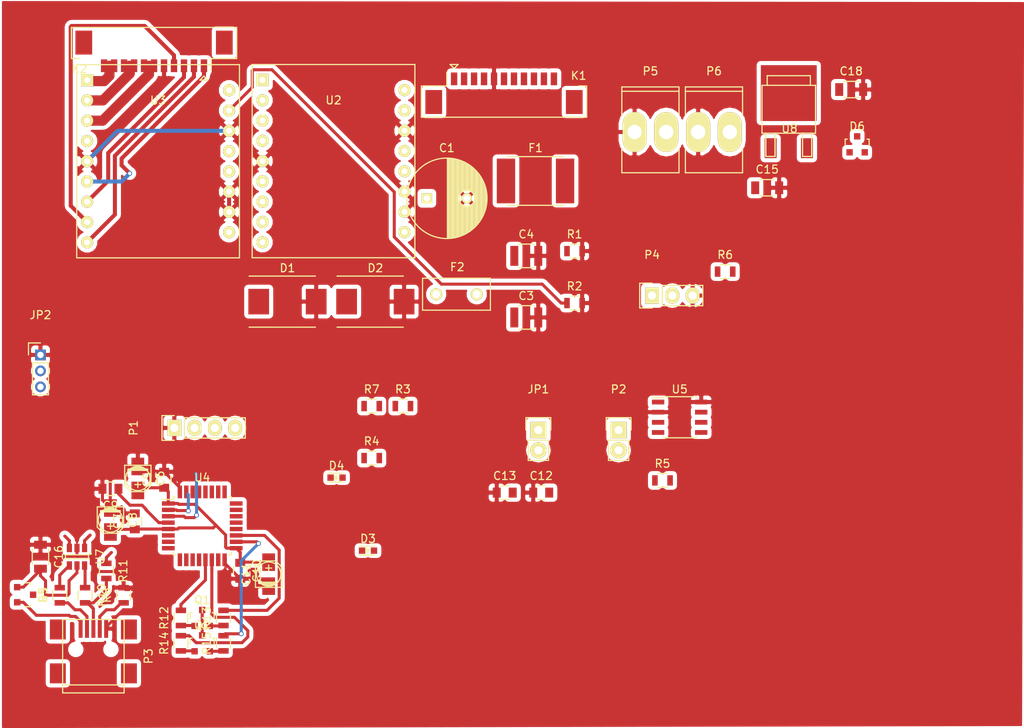
<source format=kicad_pcb>
(kicad_pcb (version 4) (host pcbnew 0.201604021231+6659~43~ubuntu15.10.1-product)
  (title_block (title brushless-board) (date 2016-04-04) (rev Alpha) (company RobotroniK) (comment 1 "Lucien Dos Santos Farret"))
  (layers (0 F.Cu signal) (31 B.Cu signal) (34 B.Paste user) (35 F.Paste user) (36 B.SilkS user) (37 F.SilkS user) (38 B.Mask user) (39 F.Mask user) (44 Edge.Cuts user))
  (net 0 "")
  (net 1 "Net-(K1-Pad10)")
  (net 2 "Net-(K1-Pad3)")
  (net 3 "Net-(K1-Pad8)")
  (net 4 "Net-(K1-Pad4)")
  (net 5 "Net-(K1-Pad6)")
  (net 6 "Net-(K1-Pad2)")
  (net 7 GND)
  (net 8 "Net-(R1-Pad1)")
  (net 9 "Net-(C3-Pad1)")
  (net 10 "Net-(R2-Pad1)")
  (net 11 "Net-(K2-Pad1)")
  (net 12 "Net-(K2-Pad6)")
  (net 13 "Net-(K2-Pad3)")
  (net 14 "Net-(K2-Pad8)")
  (net 15 "Net-(K2-Pad4)")
  (net 16 "Net-(K2-Pad10)")
  (net 17 "Net-(K2-Pad2)")
  (net 18 /uC-part/gpio_direction2)
  (net 19 /uC-part/gpio_ready1)
  (net 20 /uC-part/gpio_ready2)
  (net 21 /uC-part/gpio_direction1)
  (net 22 /uC-part/gpio_enable)
  (net 23 "Net-(D4-Pad2)")
  (net 24 "Net-(D3-Pad2)")
  (net 25 /uC-part/nrst)
  (net 26 /uC-part/swclk)
  (net 27 /uC-part/swdio)
  (net 28 /uC-part/led1)
  (net 29 /uC-part/led2)
  (net 30 /uC-part/i2c_sda)
  (net 31 /uC-part/i2c_scl)
  (net 32 /uC-part/tim2_ch1_encoder)
  (net 33 /uC-part/tim2_ch2_encoder)
  (net 34 /uC-part/tim3_ch1_encoder)
  (net 35 /uC-part/tim3_ch2_encoder)
  (net 36 /uC-part/can_rx)
  (net 37 /uC-part/can_tx)
  (net 38 "Net-(P3-Pad2)")
  (net 39 +5V)
  (net 40 +3V3)
  (net 41 /serial-part/rx)
  (net 42 "Net-(C4-Pad1)")
  (net 43 "Net-(R10-Pad1)")
  (net 44 "Net-(R9-Pad2)")
  (net 45 "Net-(Q1-Pad1)")
  (net 46 "Net-(Q2-Pad1)")
  (net 47 "Net-(D6-Pad2)")
  (net 48 "Net-(D5-Pad2)")
  (net 49 +24V)
  (net 50 "Net-(JP2-Pad2)")
  (net 51 "Net-(R7-Pad2)")
  (net 52 "Net-(JP1-Pad2)")
  (net 53 "Net-(P2-Pad2)")
  (net 54 /uC-part/pwm1_neg)
  (net 55 "Net-(P3-Pad3)")
  (net 56 /uC-part/pwm1_pos)
  (net 57 /uC-part/pwm2_neg)
  (net 58 /uC-part/pwm2_pos)
  (net 59 "Net-(P3-Pad4)")
  (net 60 "Net-(JP1-Pad1)")
  (net 61 "Net-(U4-Pad25)")
  (net 62 "Net-(U4-Pad27)")
  (net 63 "Net-(P3-Pad6)")
  (net 64 +5V_weak)
  (net 65 /brushless-part/motor1_speed)
  (net 66 /brushless-part/motor2_speed)
  (module TO_SOT_Packages_SMD:SOT-23 (layer F.Cu) (at 48.701941 103.680413)
    (fp_text reference Q1 (at 0 -2.25) (layer F.SilkS))
    (fp_text value Q_PNP_BCE)
    (pad 1 smd rect (at -0.95 1.00076) (size 0.8001 0.8001) (layers F.Cu F.Paste F.Mask) (net 45 "Net-(Q1-Pad1)"))
    (pad 2 smd rect (at 0.95 1.00076) (size 0.8001 0.8001) (layers F.Cu F.Paste F.Mask) (net 65 /brushless-part/motor1_speed))
    (pad 3 smd rect (at 0 -0.99822) (size 0.8001 0.8001) (layers F.Cu F.Paste F.Mask) (net 64 +5V_weak))
  )
  (module Resistors_SMD:R_0805 (layer F.Cu) (at 51.368941 103.680413 90)
    (fp_text reference R13 (at 0 -2.1 90) (layer F.SilkS))
    (fp_text value 100)
    (pad 1 smd rect (at -0.95 0 90) (size 0.7 1.3) (layers F.Cu F.Paste F.Mask) (net 65 /brushless-part/motor1_speed))
    (pad 2 smd rect (at 0.95 0 90) (size 0.7 1.3) (layers F.Cu F.Paste F.Mask) (net 56 /uC-part/pwm1_pos))
  )
  (module Resistors_SMD:R_0805 (layer F.Cu) (at 46.034941 103.680413 90)
    (fp_text reference R12 (at 0 -2.1 90) (layer F.SilkS))
    (fp_text value 10k)
    (pad 1 smd rect (at -0.95 0 90) (size 0.7 1.3) (layers F.Cu F.Paste F.Mask) (net 45 "Net-(Q1-Pad1)"))
    (pad 2 smd rect (at 0.95 0 90) (size 0.7 1.3) (layers F.Cu F.Paste F.Mask) (net 54 /uC-part/pwm1_neg))
  )
  (module Capacitors_SMD:C_0805 (layer F.Cu) (at 86.590035 87.984581)
    (fp_text reference C13 (at 0 -2.1) (layer F.SilkS))
    (fp_text value 100n)
    (pad 1 smd rect (at -1 0) (size 1 1.25) (layers F.Cu F.Paste F.Mask) (net 7 GND))
    (pad 2 smd rect (at 1 0) (size 1 1.25) (layers F.Cu F.Paste F.Mask) (net 39 +5V))
  )
  (module Capacitors_SMD:C_0805 (layer F.Cu) (at 43.942 86.376 90)
    (fp_text reference C5 (at 0 -2.1 90) (layer F.SilkS))
    (fp_text value 100n)
    (pad 1 smd rect (at -1 0 90) (size 1 1.25) (layers F.Cu F.Paste F.Mask) (net 40 +3V3))
    (pad 2 smd rect (at 1 0 90) (size 1 1.25) (layers F.Cu F.Paste F.Mask) (net 7 GND))
  )
  (module Capacitors_SMD:C_0805 (layer F.Cu) (at 91.160035 87.984581)
    (fp_text reference C12 (at 0 -2.1) (layer F.SilkS))
    (fp_text value 100n)
    (pad 1 smd rect (at -1 0) (size 1 1.25) (layers F.Cu F.Paste F.Mask) (net 7 GND))
    (pad 2 smd rect (at 1 0) (size 1 1.25) (layers F.Cu F.Paste F.Mask) (net 40 +3V3))
  )
  (module Capacitors_SMD:C_0805 (layer F.Cu) (at 40.259 91.583 90)
    (fp_text reference C7 (at 0 -2.1 90) (layer F.SilkS))
    (fp_text value 10n)
    (pad 1 smd rect (at -1 0 90) (size 1 1.25) (layers F.Cu F.Paste F.Mask) (net 40 +3V3))
    (pad 2 smd rect (at 1 0 90) (size 1 1.25) (layers F.Cu F.Paste F.Mask) (net 7 GND))
  )
  (module Capacitors_SMD:C_0805 (layer F.Cu) (at 53.467 97.774 270)
    (fp_text reference C10 (at 0 -2.1 270) (layer F.SilkS))
    (fp_text value 10n)
    (pad 1 smd rect (at -1 0 270) (size 1 1.25) (layers F.Cu F.Paste F.Mask) (net 40 +3V3))
    (pad 2 smd rect (at 1 0 270) (size 1 1.25) (layers F.Cu F.Paste F.Mask) (net 7 GND))
  )
  (module Capacitors_SMD:C_0805 (layer F.Cu) (at 37.211 87.503 180)
    (fp_text reference C9 (at 0 -2.1 180) (layer F.SilkS))
    (fp_text value 100n)
    (pad 1 smd rect (at -1 0 180) (size 1 1.25) (layers F.Cu F.Paste F.Mask) (net 25 /uC-part/nrst))
    (pad 2 smd rect (at 1 0 180) (size 1 1.25) (layers F.Cu F.Paste F.Mask) (net 7 GND))
  )
  (module Capacitors_SMD:C_1206 (layer F.Cu) (at 129.979084 37.504581)
    (fp_text reference C18 (at 0 -2.3) (layer F.SilkS))
    (fp_text value 330n)
    (pad 1 smd rect (at -1.5 0) (size 1 1.6) (layers F.Cu F.Paste F.Mask) (net 40 +3V3))
    (pad 2 smd rect (at 1.5 0) (size 1 1.6) (layers F.Cu F.Paste F.Mask) (net 7 GND))
  )
  (module Capacitors_SMD:C_1206 (layer F.Cu) (at 28.448 96.012 270)
    (fp_text reference C16 (at 0 -2.3 270) (layer F.SilkS))
    (fp_text value 100n)
    (pad 1 smd rect (at -1.5 0 270) (size 1 1.6) (layers F.Cu F.Paste F.Mask) (net 7 GND))
    (pad 2 smd rect (at 1.5 0 270) (size 1 1.6) (layers F.Cu F.Paste F.Mask) (net 39 +5V))
  )
  (module Capacitors_SMD:C_1206 (layer F.Cu) (at 119.459084 49.804581)
    (fp_text reference C15 (at 0 -2.3) (layer F.SilkS))
    (fp_text value 330n)
    (pad 1 smd rect (at -1.5 0) (size 1 1.6) (layers F.Cu F.Paste F.Mask) (net 39 +5V))
    (pad 2 smd rect (at 1.5 0) (size 1 1.6) (layers F.Cu F.Paste F.Mask) (net 7 GND))
  )
  (module Capacitors_SMD:C_1210 (layer F.Cu) (at 89.289559 66.044581)
    (fp_text reference C3 (at 0 -2.7) (layer F.SilkS))
    (fp_text value 45nF/50v)
    (pad 1 smd rect (at -1.5 0) (size 1 2.5) (layers F.Cu F.Paste F.Mask) (net 9 "Net-(C3-Pad1)"))
    (pad 2 smd rect (at 1.5 0) (size 1 2.5) (layers F.Cu F.Paste F.Mask) (net 7 GND))
  )
  (module Capacitors_SMD:C_1210 (layer F.Cu) (at 89.289559 58.334581)
    (fp_text reference C4 (at 0 -2.7) (layer F.SilkS))
    (fp_text value 45nF/50v)
    (pad 1 smd rect (at -1.5 0) (size 1 2.5) (layers F.Cu F.Paste F.Mask) (net 42 "Net-(C4-Pad1)"))
    (pad 2 smd rect (at 1.5 0) (size 1 2.5) (layers F.Cu F.Paste F.Mask) (net 7 GND))
  )
  (module Capacitors_SMD:c_elec_3x5.3 (layer F.Cu) (at 57.023 98.19386 90)
    (fp_text reference C11 (at 0 -2.794 90) (layer F.SilkS))
    (fp_text value 1u)
    (pad 1 smd rect (at 1.50114 0 90) (size 2.19964 1.6002) (layers F.Cu F.Paste F.Mask) (net 40 +3V3))
    (pad 2 smd rect (at -1.50114 0 90) (size 2.19964 1.6002) (layers F.Cu F.Paste F.Mask) (net 7 GND))
  )
  (module Capacitors_SMD:c_elec_3x5.3 (layer F.Cu) (at 37.211 91.41714 270)
    (fp_text reference C8 (at 0 -2.794 270) (layer F.SilkS))
    (fp_text value 1u)
    (pad 1 smd rect (at 1.50114 0 270) (size 2.19964 1.6002) (layers F.Cu F.Paste F.Mask) (net 40 +3V3))
    (pad 2 smd rect (at -1.50114 0 270) (size 2.19964 1.6002) (layers F.Cu F.Paste F.Mask) (net 7 GND))
  )
  (module Capacitors_SMD:c_elec_3x5.3 (layer F.Cu) (at 40.64 86.21014 270)
    (fp_text reference C6 (at 0 -2.794 270) (layer F.SilkS))
    (fp_text value 4.7u)
    (pad 1 smd rect (at 1.50114 0 270) (size 2.19964 1.6002) (layers F.Cu F.Paste F.Mask) (net 40 +3V3))
    (pad 2 smd rect (at -1.50114 0 270) (size 2.19964 1.6002) (layers F.Cu F.Paste F.Mask) (net 7 GND))
  )
  (module Capacitors_ThroughHole:C_Radial_D10_L13_P5 (layer F.Cu) (at 76.839084 51.124581)
    (fp_text reference C1 (at 2.5 -6.3) (layer F.SilkS))
    (fp_text value 100u/35v)
    (pad 1 thru_hole rect (at 0 0) (size 1.3 1.3) (drill 0.8) (layers *.Cu *.Mask F.SilkS) (net 49 +24V))
    (pad 2 thru_hole circle (at 5 0) (size 1.3 1.3) (drill 0.8) (layers *.Cu *.Mask F.SilkS) (net 7 GND))
  )
  (module Connect:USB_Mini-B (layer F.Cu) (at 35.07436 108.4709 90)
    (fp_text reference P3 (at 0 6.90118 90) (layer F.SilkS))
    (fp_text value USB_OTG)
    (pad 1 smd rect (at 3.44932 -1.6002 90) (size 2.30124 0.50038) (layers F.Cu F.Paste F.Mask) (net 48 "Net-(D5-Pad2)"))
    (pad 2 smd rect (at 3.44932 -0.8001 90) (size 2.30124 0.50038) (layers F.Cu F.Paste F.Mask) (net 38 "Net-(P3-Pad2)"))
    (pad 3 smd rect (at 3.44932 0 90) (size 2.30124 0.50038) (layers F.Cu F.Paste F.Mask) (net 55 "Net-(P3-Pad3)"))
    (pad 4 smd rect (at 3.44932 0.8001 90) (size 2.30124 0.50038) (layers F.Cu F.Paste F.Mask) (net 59 "Net-(P3-Pad4)"))
    (pad 5 smd rect (at 3.44932 1.6002 90) (size 2.30124 0.50038) (layers F.Cu F.Paste F.Mask) (net 7 GND))
    (pad 6 smd rect (at 3.35026 -4.45008 90) (size 2.49936 1.99898) (layers F.Cu F.Paste F.Mask) (net 63 "Net-(P3-Pad6)"))
    (pad 6 smd rect (at -2.14884 -4.45008 90) (size 2.49936 1.99898) (layers F.Cu F.Paste F.Mask) (net 63 "Net-(P3-Pad6)"))
    (pad 6 smd rect (at 3.35026 4.45008 90) (size 2.49936 1.99898) (layers F.Cu F.Paste F.Mask) (net 63 "Net-(P3-Pad6)"))
    (pad 6 smd rect (at -2.14884 4.45008 90) (size 2.49936 1.99898) (layers F.Cu F.Paste F.Mask) (net 63 "Net-(P3-Pad6)"))
    (pad "" np_thru_hole circle (at 0.8509 -2.19964 90) (size 0.89916 0.89916) (drill 0.89916) (layers *.Cu *.Mask F.SilkS))
    (pad "" np_thru_hole circle (at 0.8509 2.19964 90) (size 0.89916 0.89916) (drill 0.89916) (layers *.Cu *.Mask F.SilkS))
  )
  (module Connectors_Molex:Molex_PicoBlade_53261-1171 (layer F.Cu) (at 42.672 31.623 180)
    (fp_text reference K2 (at 9.35 -3.3 180) (layer F.SilkS))
    (fp_text value Maxon-200142)
    (pad 1 smd rect (at -6.25 -2.9 180) (size 0.8 1.6) (layers F.Cu F.Paste F.Mask) (net 11 "Net-(K2-Pad1)"))
    (pad 2 smd rect (at -5 -2.9 180) (size 0.8 1.6) (layers F.Cu F.Paste F.Mask) (net 17 "Net-(K2-Pad2)"))
    (pad 3 smd rect (at -3.75 -2.9 180) (size 0.8 1.6) (layers F.Cu F.Paste F.Mask) (net 13 "Net-(K2-Pad3)"))
    (pad 4 smd rect (at -2.5 -2.9 180) (size 0.8 1.6) (layers F.Cu F.Paste F.Mask) (net 15 "Net-(K2-Pad4)"))
    (pad 5 smd rect (at -1.25 -2.9 180) (size 0.8 1.6) (layers F.Cu F.Paste F.Mask) (net 7 GND))
    (pad 6 smd rect (at 0 -2.9 180) (size 0.8 1.6) (layers F.Cu F.Paste F.Mask) (net 12 "Net-(K2-Pad6)"))
    (pad 7 smd rect (at 1.25 -2.9 180) (size 0.8 1.6) (layers F.Cu F.Paste F.Mask) (net 12 "Net-(K2-Pad6)"))
    (pad 8 smd rect (at 2.5 -2.9 180) (size 0.8 1.6) (layers F.Cu F.Paste F.Mask) (net 14 "Net-(K2-Pad8)"))
    (pad 9 smd rect (at 3.75 -2.9 180) (size 0.8 1.6) (layers F.Cu F.Paste F.Mask) (net 14 "Net-(K2-Pad8)"))
    (pad 10 smd rect (at 5 -2.9 180) (size 0.8 1.6) (layers F.Cu F.Paste F.Mask) (net 16 "Net-(K2-Pad10)"))
    (pad 11 smd rect (at 6.25 -2.9 180) (size 0.8 1.6) (layers F.Cu F.Paste F.Mask) (net 16 "Net-(K2-Pad10)"))
    (pad "" smd rect (at -8.8 0 180) (size 2.1 3) (layers F.Cu F.Paste F.Mask))
    (pad "" smd rect (at 8.8 0 180) (size 2.1 3) (layers F.Cu F.Paste F.Mask))
  )
  (module Diodes_SMD:DO-214AB (layer F.Cu) (at 59.379084 64.064581)
    (fp_text reference D1 (at 0 -4.2) (layer F.SilkS))
    (fp_text value Schottky/26V)
    (pad 2 smd rect (at 3.6 0) (size 2.6 3.2) (layers F.Cu F.Paste F.Mask) (net 7 GND))
    (pad 1 smd rect (at -3.6 0) (size 2.6 3.2) (layers F.Cu F.Paste F.Mask) (net 9 "Net-(C3-Pad1)"))
  )
  (module Diodes_SMD:DO-214AB (layer F.Cu) (at 70.389084 64.064581)
    (fp_text reference D2 (at 0 -4.2) (layer F.SilkS))
    (fp_text value Schottky/26V)
    (pad 2 smd rect (at 3.6 0) (size 2.6 3.2) (layers F.Cu F.Paste F.Mask) (net 7 GND))
    (pad 1 smd rect (at -3.6 0) (size 2.6 3.2) (layers F.Cu F.Paste F.Mask) (net 42 "Net-(C4-Pad1)"))
  )
  (module Fuse_Holders_and_Fuses:Fuse_SMD2920 (layer F.Cu) (at 90.449084 48.952081)
    (fp_text reference F1 (at 0 -4.1275) (layer F.SilkS))
    (fp_text value FUSE/3A)
    (pad 1 smd rect (at -3.7 0 90) (size 5.6 2.3) (layers F.Cu F.Paste F.Mask) (net 49 +24V))
    (pad 2 smd rect (at 3.7 0 90) (size 5.6 2.3) (layers F.Cu F.Paste F.Mask) (net 9 "Net-(C3-Pad1)"))
  )
  (module Fuse_Holders_and_Fuses:Fuse_TE5_Littlefuse-395Series (layer F.Cu) (at 80.548504 63.135641)
    (fp_text reference F2 (at 0.09906 -3.40106) (layer F.SilkS))
    (fp_text value FUSE/3A)
    (pad 1 thru_hole circle (at -2.54 0) (size 1.50114 1.50114) (drill 1.00076) (layers *.Cu *.Mask F.SilkS) (net 49 +24V))
    (pad 2 thru_hole circle (at 2.54 0.01016) (size 1.50114 1.50114) (drill 1.00076) (layers *.Cu *.Mask F.SilkS) (net 42 "Net-(C4-Pad1)"))
  )
  (module Housings_QFP:TQFP-32_7x7mm_Pitch0.8mm (layer F.Cu) (at 48.709 92.145)
    (fp_text reference U4 (at 0 -6.05) (layer F.SilkS))
    (fp_text value stm32f042k6tx)
    (pad 1 smd rect (at -4.25 -2.8) (size 1.6 0.55) (layers F.Cu F.Paste F.Mask) (net 40 +3V3))
    (pad 2 smd rect (at -4.25 -2) (size 1.6 0.55) (layers F.Cu F.Paste F.Mask) (net 30 /uC-part/i2c_sda))
    (pad 3 smd rect (at -4.25 -1.2) (size 1.6 0.55) (layers F.Cu F.Paste F.Mask) (net 31 /uC-part/i2c_scl))
    (pad 4 smd rect (at -4.25 -0.4) (size 1.6 0.55) (layers F.Cu F.Paste F.Mask) (net 25 /uC-part/nrst))
    (pad 5 smd rect (at -4.25 0.4) (size 1.6 0.55) (layers F.Cu F.Paste F.Mask) (net 40 +3V3))
    (pad 6 smd rect (at -4.25 1.2) (size 1.6 0.55) (layers F.Cu F.Paste F.Mask) (net 32 /uC-part/tim2_ch1_encoder))
    (pad 7 smd rect (at -4.25 2) (size 1.6 0.55) (layers F.Cu F.Paste F.Mask) (net 33 /uC-part/tim2_ch2_encoder))
    (pad 8 smd rect (at -4.25 2.8) (size 1.6 0.55) (layers F.Cu F.Paste F.Mask) (net 41 /serial-part/rx))
    (pad 9 smd rect (at -2.8 4.25 90) (size 1.6 0.55) (layers F.Cu F.Paste F.Mask) (net 41 /serial-part/rx))
    (pad 10 smd rect (at -2 4.25 90) (size 1.6 0.55) (layers F.Cu F.Paste F.Mask) (net 19 /uC-part/gpio_ready1))
    (pad 11 smd rect (at -1.2 4.25 90) (size 1.6 0.55) (layers F.Cu F.Paste F.Mask) (net 20 /uC-part/gpio_ready2))
    (pad 12 smd rect (at -0.4 4.25 90) (size 1.6 0.55) (layers F.Cu F.Paste F.Mask) (net 34 /uC-part/tim3_ch1_encoder))
    (pad 13 smd rect (at 0.4 4.25 90) (size 1.6 0.55) (layers F.Cu F.Paste F.Mask) (net 54 /uC-part/pwm1_neg))
    (pad 14 smd rect (at 1.2 4.25 90) (size 1.6 0.55) (layers F.Cu F.Paste F.Mask) (net 57 /uC-part/pwm2_neg))
    (pad 15 smd rect (at 2 4.25 90) (size 1.6 0.55) (layers F.Cu F.Paste F.Mask) (net 21 /uC-part/gpio_direction1))
    (pad 16 smd rect (at 2.8 4.25 90) (size 1.6 0.55) (layers F.Cu F.Paste F.Mask) (net 7 GND))
    (pad 17 smd rect (at 4.25 2.8) (size 1.6 0.55) (layers F.Cu F.Paste F.Mask) (net 40 +3V3))
    (pad 18 smd rect (at 4.25 2) (size 1.6 0.55) (layers F.Cu F.Paste F.Mask) (net 58 /uC-part/pwm2_pos))
    (pad 19 smd rect (at 4.25 1.2) (size 1.6 0.55) (layers F.Cu F.Paste F.Mask) (net 56 /uC-part/pwm1_pos))
    (pad 20 smd rect (at 4.25 0.4) (size 1.6 0.55) (layers F.Cu F.Paste F.Mask) (net 22 /uC-part/gpio_enable))
    (pad 21 smd rect (at 4.25 -0.4) (size 1.6 0.55) (layers F.Cu F.Paste F.Mask) (net 36 /uC-part/can_rx))
    (pad 22 smd rect (at 4.25 -1.2) (size 1.6 0.55) (layers F.Cu F.Paste F.Mask) (net 37 /uC-part/can_tx))
    (pad 23 smd rect (at 4.25 -2) (size 1.6 0.55) (layers F.Cu F.Paste F.Mask) (net 27 /uC-part/swdio))
    (pad 24 smd rect (at 4.25 -2.8) (size 1.6 0.55) (layers F.Cu F.Paste F.Mask) (net 26 /uC-part/swclk))
    (pad 25 smd rect (at 2.8 -4.25 90) (size 1.6 0.55) (layers F.Cu F.Paste F.Mask) (net 61 "Net-(U4-Pad25)"))
    (pad 26 smd rect (at 2 -4.25 90) (size 1.6 0.55) (layers F.Cu F.Paste F.Mask) (net 18 /uC-part/gpio_direction2))
    (pad 27 smd rect (at 1.2 -4.25 90) (size 1.6 0.55) (layers F.Cu F.Paste F.Mask) (net 62 "Net-(U4-Pad27)"))
    (pad 28 smd rect (at 0.4 -4.25 90) (size 1.6 0.55) (layers F.Cu F.Paste F.Mask) (net 35 /uC-part/tim3_ch2_encoder))
    (pad 29 smd rect (at -0.4 -4.25 90) (size 1.6 0.55) (layers F.Cu F.Paste F.Mask) (net 28 /uC-part/led1))
    (pad 30 smd rect (at -1.2 -4.25 90) (size 1.6 0.55) (layers F.Cu F.Paste F.Mask) (net 29 /uC-part/led2))
    (pad 31 smd rect (at -2 -4.25 90) (size 1.6 0.55) (layers F.Cu F.Paste F.Mask) (net 51 "Net-(R7-Pad2)"))
    (pad 32 smd rect (at -2.8 -4.25 90) (size 1.6 0.55) (layers F.Cu F.Paste F.Mask) (net 7 GND))
  )
  (module Housings_SOIC:SOIC-8_3.9x4.9mm_Pitch1.27mm (layer F.Cu) (at 108.499084 78.544581)
    (fp_text reference U5 (at 0 -3.5) (layer F.SilkS))
    (fp_text value MCP2562)
    (pad 1 smd rect (at -2.7 -1.905) (size 1.55 0.6) (layers F.Cu F.Paste F.Mask) (net 37 /uC-part/can_tx))
    (pad 2 smd rect (at -2.7 -0.635) (size 1.55 0.6) (layers F.Cu F.Paste F.Mask) (net 7 GND))
    (pad 3 smd rect (at -2.7 0.635) (size 1.55 0.6) (layers F.Cu F.Paste F.Mask) (net 39 +5V))
    (pad 4 smd rect (at -2.7 1.905) (size 1.55 0.6) (layers F.Cu F.Paste F.Mask) (net 36 /uC-part/can_rx))
    (pad 5 smd rect (at 2.7 1.905) (size 1.55 0.6) (layers F.Cu F.Paste F.Mask) (net 40 +3V3))
    (pad 6 smd rect (at 2.7 0.635) (size 1.55 0.6) (layers F.Cu F.Paste F.Mask) (net 53 "Net-(P2-Pad2)"))
    (pad 7 smd rect (at 2.7 -0.635) (size 1.55 0.6) (layers F.Cu F.Paste F.Mask) (net 60 "Net-(JP1-Pad1)"))
    (pad 8 smd rect (at 2.7 -1.905) (size 1.55 0.6) (layers F.Cu F.Paste F.Mask) (net 7 GND))
  )
  (module LEDs:LED_0603 (layer F.Cu) (at 69.469 95.25)
    (fp_text reference D3 (at 0 -1.5) (layer F.SilkS))
    (fp_text value LED)
    (pad 2 smd rect (at 0.7493 0 180) (size 0.79756 0.79756) (layers F.Cu F.Paste F.Mask) (net 24 "Net-(D3-Pad2)"))
    (pad 1 smd rect (at -0.7493 0 180) (size 0.79756 0.79756) (layers F.Cu F.Paste F.Mask) (net 29 /uC-part/led2))
  )
  (module LEDs:LED_0603 (layer F.Cu) (at 65.532 86.106)
    (fp_text reference D4 (at 0 -1.5) (layer F.SilkS))
    (fp_text value LED)
    (pad 2 smd rect (at 0.7493 0 180) (size 0.79756 0.79756) (layers F.Cu F.Paste F.Mask) (net 23 "Net-(D4-Pad2)"))
    (pad 1 smd rect (at -0.7493 0 180) (size 0.79756 0.79756) (layers F.Cu F.Paste F.Mask) (net 28 /uC-part/led1))
  )
  (module Pin_Headers:Pin_Header_Straight_1x02 (layer F.Cu) (at 90.804321 80.144581)
    (fp_text reference JP1 (at 0 -5.1) (layer F.SilkS))
    (fp_text value "CAN termination")
    (pad 1 thru_hole rect (at 0 0) (size 2.032 2.032) (drill 1.016) (layers *.Cu *.Mask F.SilkS) (net 60 "Net-(JP1-Pad1)"))
    (pad 2 thru_hole oval (at 0 2.54) (size 2.032 2.032) (drill 1.016) (layers *.Cu *.Mask F.SilkS) (net 52 "Net-(JP1-Pad2)"))
  )
  (module Pin_Headers:Pin_Header_Straight_1x02 (layer F.Cu) (at 100.85194 80.144581)
    (fp_text reference P2 (at 0 -5.1) (layer F.SilkS))
    (fp_text value "CAN bus")
    (pad 1 thru_hole rect (at 0 0) (size 2.032 2.032) (drill 1.016) (layers *.Cu *.Mask F.SilkS) (net 60 "Net-(JP1-Pad1)"))
    (pad 2 thru_hole oval (at 0 2.54) (size 2.032 2.032) (drill 1.016) (layers *.Cu *.Mask F.SilkS) (net 53 "Net-(P2-Pad2)"))
  )
  (module Pin_Headers:Pin_Header_Straight_1x03_Pitch2.00mm (layer F.Cu) (at 28.448 70.739)
    (fp_text reference JP2 (at 0 -5) (layer F.SilkS))
    (fp_text value JUMPER3)
    (pad 1 thru_hole rect (at 0 0) (size 1.35 1.35) (drill 0.8) (layers *.Cu *.Mask) (net 7 GND))
    (pad 2 thru_hole circle (at 0 2) (size 1.35 1.35) (drill 0.8) (layers *.Cu *.Mask) (net 50 "Net-(JP2-Pad2)"))
    (pad 3 thru_hole circle (at 0 4) (size 1.35 1.35) (drill 0.8) (layers *.Cu *.Mask) (net 40 +3V3))
  )
  (module Pin_Headers:Pin_Header_Straight_1x04 (layer F.Cu) (at 45.212 79.883 90)
    (fp_text reference P1 (at 0 -5.1 90) (layer F.SilkS))
    (fp_text value swdio)
    (pad 1 thru_hole rect (at 0 0 90) (size 2.032 1.7272) (drill 1.016) (layers *.Cu *.Mask F.SilkS) (net 7 GND))
    (pad 2 thru_hole oval (at 0 2.54 90) (size 2.032 1.7272) (drill 1.016) (layers *.Cu *.Mask F.SilkS) (net 25 /uC-part/nrst))
    (pad 3 thru_hole oval (at 0 5.08 90) (size 2.032 1.7272) (drill 1.016) (layers *.Cu *.Mask F.SilkS) (net 26 /uC-part/swclk))
    (pad 4 thru_hole oval (at 0 7.62 90) (size 2.032 1.7272) (drill 1.016) (layers *.Cu *.Mask F.SilkS) (net 27 /uC-part/swdio))
  )
  (module Resistors_SMD:R_0805 (layer F.Cu) (at 38.862 100.838 90)
    (fp_text reference R8 (at 0 -2.1 90) (layer F.SilkS))
    (fp_text value 10K)
    (pad 1 smd rect (at -0.95 0 90) (size 0.7 1.3) (layers F.Cu F.Paste F.Mask) (net 59 "Net-(P3-Pad4)"))
    (pad 2 smd rect (at 0.95 0 90) (size 0.7 1.3) (layers F.Cu F.Paste F.Mask) (net 7 GND))
  )
  (module Resistors_SMD:R_0805 (layer F.Cu) (at 46.034941 106.855413 90)
    (fp_text reference R14 (at 0 -2.1 90) (layer F.SilkS))
    (fp_text value 10k)
    (pad 1 smd rect (at -0.95 0 90) (size 0.7 1.3) (layers F.Cu F.Paste F.Mask) (net 46 "Net-(Q2-Pad1)"))
    (pad 2 smd rect (at 0.95 0 90) (size 0.7 1.3) (layers F.Cu F.Paste F.Mask) (net 57 /uC-part/pwm2_neg))
  )
  (module Resistors_SMD:R_0805 (layer F.Cu) (at 95.339084 57.734581)
    (fp_text reference R1 (at 0 -2.1) (layer F.SilkS))
    (fp_text value 10k)
    (pad 1 smd rect (at -0.95 0) (size 0.7 1.3) (layers F.Cu F.Paste F.Mask) (net 8 "Net-(R1-Pad1)"))
    (pad 2 smd rect (at 0.95 0) (size 0.7 1.3) (layers F.Cu F.Paste F.Mask) (net 7 GND))
  )
  (module Resistors_SMD:R_0805 (layer F.Cu) (at 36.703 97.79 270)
    (fp_text reference R11 (at 0 -2.1 270) (layer F.SilkS))
    (fp_text value 1.5k)
    (pad 1 smd rect (at -0.95 0 270) (size 0.7 1.3) (layers F.Cu F.Paste F.Mask) (net 40 +3V3))
    (pad 2 smd rect (at 0.95 0 270) (size 0.7 1.3) (layers F.Cu F.Paste F.Mask) (net 55 "Net-(P3-Pad3)"))
  )
  (module Resistors_SMD:R_0805 (layer F.Cu) (at 34.036 100.838 270)
    (fp_text reference R10 (at 0 -2.1 270) (layer F.SilkS))
    (fp_text value 22)
    (pad 1 smd rect (at -0.95 0 270) (size 0.7 1.3) (layers F.Cu F.Paste F.Mask) (net 43 "Net-(R10-Pad1)"))
    (pad 2 smd rect (at 0.95 0 270) (size 0.7 1.3) (layers F.Cu F.Paste F.Mask) (net 55 "Net-(P3-Pad3)"))
  )
  (module Resistors_SMD:R_0805 (layer F.Cu) (at 95.339084 64.244581)
    (fp_text reference R2 (at 0 -2.1) (layer F.SilkS))
    (fp_text value 10k)
    (pad 1 smd rect (at -0.95 0) (size 0.7 1.3) (layers F.Cu F.Paste F.Mask) (net 10 "Net-(R2-Pad1)"))
    (pad 2 smd rect (at 0.95 0) (size 0.7 1.3) (layers F.Cu F.Paste F.Mask) (net 7 GND))
  )
  (module Resistors_SMD:R_0805 (layer F.Cu) (at 73.839084 77.144581)
    (fp_text reference R3 (at 0 -2.1) (layer F.SilkS))
    (fp_text value 1K)
    (pad 1 smd rect (at -0.95 0) (size 0.7 1.3) (layers F.Cu F.Paste F.Mask) (net 40 +3V3))
    (pad 2 smd rect (at 0.95 0) (size 0.7 1.3) (layers F.Cu F.Paste F.Mask) (net 24 "Net-(D3-Pad2)"))
  )
  (module Resistors_SMD:R_0805 (layer F.Cu) (at 69.929084 83.654581)
    (fp_text reference R4 (at 0 -2.1) (layer F.SilkS))
    (fp_text value 1k)
    (pad 1 smd rect (at -0.95 0) (size 0.7 1.3) (layers F.Cu F.Paste F.Mask) (net 40 +3V3))
    (pad 2 smd rect (at 0.95 0) (size 0.7 1.3) (layers F.Cu F.Paste F.Mask) (net 23 "Net-(D4-Pad2)"))
  )
  (module Resistors_SMD:R_0805 (layer F.Cu) (at 106.349084 86.454581)
    (fp_text reference R5 (at 0 -2.1) (layer F.SilkS))
    (fp_text value 120)
    (pad 1 smd rect (at -0.95 0) (size 0.7 1.3) (layers F.Cu F.Paste F.Mask) (net 52 "Net-(JP1-Pad2)"))
    (pad 2 smd rect (at 0.95 0) (size 0.7 1.3) (layers F.Cu F.Paste F.Mask) (net 53 "Net-(P2-Pad2)"))
  )
  (module Resistors_SMD:R_0805 (layer F.Cu) (at 114.199084 60.304581)
    (fp_text reference R6 (at 0 -2.1) (layer F.SilkS))
    (fp_text value 1k)
    (pad 1 smd rect (at -0.95 0) (size 0.7 1.3) (layers F.Cu F.Paste F.Mask) (net 41 /serial-part/rx))
    (pad 2 smd rect (at 0.95 0) (size 0.7 1.3) (layers F.Cu F.Paste F.Mask) (net 41 /serial-part/rx))
  )
  (module Resistors_SMD:R_0805 (layer F.Cu) (at 69.929084 77.144581)
    (fp_text reference R7 (at 0 -2.1) (layer F.SilkS))
    (fp_text value 10k)
    (pad 1 smd rect (at -0.95 0) (size 0.7 1.3) (layers F.Cu F.Paste F.Mask) (net 50 "Net-(JP2-Pad2)"))
    (pad 2 smd rect (at 0.95 0) (size 0.7 1.3) (layers F.Cu F.Paste F.Mask) (net 51 "Net-(R7-Pad2)"))
  )
  (module Resistors_SMD:R_0805 (layer F.Cu) (at 30.861 100.838 90)
    (fp_text reference R9 (at 0 -2.1 90) (layer F.SilkS))
    (fp_text value 22)
    (pad 1 smd rect (at -0.95 0 90) (size 0.7 1.3) (layers F.Cu F.Paste F.Mask) (net 38 "Net-(P3-Pad2)"))
    (pad 2 smd rect (at 0.95 0 90) (size 0.7 1.3) (layers F.Cu F.Paste F.Mask) (net 44 "Net-(R9-Pad2)"))
  )
  (module Socket_Strips:Socket_Strip_Straight_1x03 (layer F.Cu) (at 105.044797 63.304581)
    (fp_text reference P4 (at 0 -5.1) (layer F.SilkS))
    (fp_text value "serial bus")
    (pad 1 thru_hole rect (at 0 0) (size 1.7272 2.032) (drill 1.016) (layers *.Cu *.Mask F.SilkS) (net 41 /serial-part/rx))
    (pad 2 thru_hole oval (at 2.54 0) (size 1.7272 2.032) (drill 1.016) (layers *.Cu *.Mask F.SilkS) (net 41 /serial-part/rx))
    (pad 3 thru_hole oval (at 5.08 0) (size 1.7272 2.032) (drill 1.016) (layers *.Cu *.Mask F.SilkS) (net 7 GND))
  )
  (module Sockets_MOLEX_KK-System:Socket_MOLEX-KK-RM3-96mm_Lock_2pin_straight (layer F.Cu) (at 112.797944 42.824581)
    (fp_text reference P6 (at 0 -7.62) (layer F.SilkS))
    (fp_text value 8..24V)
    (pad 1 thru_hole oval (at -1.9812 0) (size 2.99974 5.00126) (drill 1.80086) (layers *.Cu *.Mask F.SilkS) (net 7 GND))
    (pad 2 thru_hole oval (at 1.9812 0) (size 2.99974 5.00126) (drill 1.80086) (layers *.Cu *.Mask F.SilkS) (net 49 +24V))
  )
  (module Sockets_MOLEX_KK-System:Socket_MOLEX-KK-RM3-96mm_Lock_2pin_straight (layer F.Cu) (at 104.837944 42.824581)
    (fp_text reference P5 (at 0 -7.62) (layer F.SilkS))
    (fp_text value 5V)
    (pad 1 thru_hole oval (at -1.9812 0) (size 2.99974 5.00126) (drill 1.80086) (layers *.Cu *.Mask F.SilkS) (net 7 GND))
    (pad 2 thru_hole oval (at 1.9812 0) (size 2.99974 5.00126) (drill 1.80086) (layers *.Cu *.Mask F.SilkS) (net 47 "Net-(D6-Pad2)"))
  )
  (module TO_SOT_Packages_SMD:SOT-23 (layer F.Cu) (at 26.52776 100.772 270)
    (fp_text reference D5 (at 0 -2.25 270) (layer F.SilkS))
    (fp_text value D_Small)
    (pad 1 smd rect (at -0.95 1.00076 270) (size 0.8001 0.8001) (layers F.Cu F.Paste F.Mask) (net 39 +5V))
    (pad 2 smd rect (at 0.95 1.00076 270) (size 0.8001 0.8001) (layers F.Cu F.Paste F.Mask) (net 48 "Net-(D5-Pad2)"))
    (pad 3 smd rect (at 0 -0.99822 270) (size 0.8001 0.8001) (layers F.Cu F.Paste F.Mask))
  )
  (module TO_SOT_Packages_SMD:SOT-23 (layer F.Cu) (at 130.729083 44.364581)
    (fp_text reference D6 (at 0 -2.25) (layer F.SilkS))
    (fp_text value D_Small)
    (pad 1 smd rect (at -0.95 1.00076) (size 0.8001 0.8001) (layers F.Cu F.Paste F.Mask) (net 39 +5V))
    (pad 2 smd rect (at 0.95 1.00076) (size 0.8001 0.8001) (layers F.Cu F.Paste F.Mask) (net 47 "Net-(D6-Pad2)"))
    (pad 3 smd rect (at 0 -0.99822) (size 0.8001 0.8001) (layers F.Cu F.Paste F.Mask))
  )
  (module TO_SOT_Packages_SMD:SOT-23-6 (layer F.Cu) (at 33.02 96.012 270)
    (fp_text reference U7 (at 0 -2.9 270) (layer F.SilkS))
    (fp_text value USBLC6-2)
    (pad 1 smd rect (at -1.1 -0.95 270) (size 1.06 0.65) (layers F.Cu F.Paste F.Mask) (net 37 /uC-part/can_tx))
    (pad 2 smd rect (at -1.1 0 270) (size 1.06 0.65) (layers F.Cu F.Paste F.Mask) (net 7 GND))
    (pad 3 smd rect (at -1.1 0.95 270) (size 1.06 0.65) (layers F.Cu F.Paste F.Mask) (net 36 /uC-part/can_rx))
    (pad 4 smd rect (at 1.1 0.95 270) (size 1.06 0.65) (layers F.Cu F.Paste F.Mask) (net 44 "Net-(R9-Pad2)"))
    (pad 6 smd rect (at 1.1 -0.95 270) (size 1.06 0.65) (layers F.Cu F.Paste F.Mask) (net 43 "Net-(R10-Pad1)"))
    (pad 5 smd rect (at 1.1 0 270) (size 1.06 0.65) (layers F.Cu F.Paste F.Mask) (net 39 +5V))
  )
  (module TO_SOT_Packages_SMD:SOT-428 (layer F.Cu) (at 122.165286 41.396521)
    (fp_text reference U8 (at 0.09906 1.00076) (layer F.SilkS))
    (fp_text value MC7805CDTG)
    (pad 1 smd rect (at -2.27584 3.44932) (size 1.50114 2.49936) (layers F.Cu F.Paste F.Mask))
    (pad 3 smd rect (at 2.27584 3.44932) (size 1.50114 2.49936) (layers F.Cu F.Paste F.Mask))
    (pad 2 smd rect (at 0 -3.44932) (size 7.00024 7.00024) (layers F.Cu F.Paste F.Mask))
  )
  (module de24-2:DE24-2 (layer F.Cu) (at 43.18 46.482)
    (fp_text reference U3 (at 0 -7.62) (layer F.SilkS))
    (fp_text value DEC24/2)
    (pad 5 thru_hole circle (at -8.89 0) (size 1.524 1.524) (drill 0.762) (layers *.Cu *.Mask F.SilkS) (net 7 GND))
    (pad 4 thru_hole circle (at -8.89 -2.54) (size 1.524 1.524) (drill 0.762) (layers *.Cu *.Mask F.SilkS) (net 42 "Net-(C4-Pad1)"))
    (pad 6 thru_hole circle (at -8.89 2.54) (size 1.524 1.524) (drill 0.762) (layers *.Cu *.Mask F.SilkS) (net 11 "Net-(K2-Pad1)"))
    (pad 3 thru_hole circle (at -8.89 -5.08) (size 1.524 1.524) (drill 0.762) (layers *.Cu *.Mask F.SilkS) (net 12 "Net-(K2-Pad6)"))
    (pad 7 thru_hole circle (at -8.89 5.08) (size 1.524 1.524) (drill 0.762) (layers *.Cu *.Mask F.SilkS) (net 13 "Net-(K2-Pad3)"))
    (pad 2 thru_hole circle (at -8.89 -7.62) (size 1.524 1.524) (drill 0.762) (layers *.Cu *.Mask F.SilkS) (net 14 "Net-(K2-Pad8)"))
    (pad 8 thru_hole circle (at -8.89 7.62) (size 1.524 1.524) (drill 0.762) (layers *.Cu *.Mask F.SilkS) (net 15 "Net-(K2-Pad4)"))
    (pad 1 thru_hole rect (at -8.89 -10.16) (size 1.524 1.524) (drill 0.762) (layers *.Cu *.Mask F.SilkS) (net 16 "Net-(K2-Pad10)"))
    (pad 9 thru_hole circle (at -8.89 10.16) (size 1.524 1.524) (drill 0.762) (layers *.Cu *.Mask F.SilkS) (net 17 "Net-(K2-Pad2)"))
    (pad 14 thru_hole circle (at 8.89 -1.27) (size 1.524 1.524) (drill 0.762) (layers *.Cu *.Mask F.SilkS) (net 18 /uC-part/gpio_direction2))
    (pad 13 thru_hole circle (at 8.89 1.27) (size 1.524 1.524) (drill 0.762) (layers *.Cu *.Mask F.SilkS) (net 22 /uC-part/gpio_enable))
    (pad 15 thru_hole circle (at 8.89 -3.81) (size 1.524 1.524) (drill 0.762) (layers *.Cu *.Mask F.SilkS) (net 7 GND))
    (pad 12 thru_hole circle (at 8.89 3.81) (size 1.524 1.524) (drill 0.762) (layers *.Cu *.Mask F.SilkS) (net 7 GND))
    (pad 16 thru_hole circle (at 8.89 -6.35) (size 1.524 1.524) (drill 0.762) (layers *.Cu *.Mask F.SilkS) (net 10 "Net-(R2-Pad1)"))
    (pad 11 thru_hole circle (at 8.89 6.35) (size 1.524 1.524) (drill 0.762) (layers *.Cu *.Mask F.SilkS) (net 7 GND))
    (pad 17 thru_hole circle (at 8.89 -8.89) (size 1.524 1.524) (drill 0.762) (layers *.Cu *.Mask F.SilkS) (net 66 /brushless-part/motor2_speed))
    (pad 10 thru_hole circle (at 8.89 8.89) (size 1.524 1.524) (drill 0.762) (layers *.Cu *.Mask F.SilkS) (net 20 /uC-part/gpio_ready2))
  )
  (module de24-2:DE24-2 (layer F.Cu) (at 65.150774 46.465673)
    (fp_text reference U2 (at 0 -7.62) (layer F.SilkS))
    (fp_text value DEC24/2)
    (pad 5 thru_hole circle (at -8.89 0) (size 1.524 1.524) (drill 0.762) (layers *.Cu *.Mask F.SilkS) (net 7 GND))
    (pad 4 thru_hole circle (at -8.89 -2.54) (size 1.524 1.524) (drill 0.762) (layers *.Cu *.Mask F.SilkS) (net 9 "Net-(C3-Pad1)"))
    (pad 6 thru_hole circle (at -8.89 2.54) (size 1.524 1.524) (drill 0.762) (layers *.Cu *.Mask F.SilkS) (net 64 +5V_weak))
    (pad 3 thru_hole circle (at -8.89 -5.08) (size 1.524 1.524) (drill 0.762) (layers *.Cu *.Mask F.SilkS) (net 5 "Net-(K1-Pad6)"))
    (pad 7 thru_hole circle (at -8.89 5.08) (size 1.524 1.524) (drill 0.762) (layers *.Cu *.Mask F.SilkS) (net 2 "Net-(K1-Pad3)"))
    (pad 2 thru_hole circle (at -8.89 -7.62) (size 1.524 1.524) (drill 0.762) (layers *.Cu *.Mask F.SilkS) (net 3 "Net-(K1-Pad8)"))
    (pad 8 thru_hole circle (at -8.89 7.62) (size 1.524 1.524) (drill 0.762) (layers *.Cu *.Mask F.SilkS) (net 4 "Net-(K1-Pad4)"))
    (pad 1 thru_hole rect (at -8.89 -10.16) (size 1.524 1.524) (drill 0.762) (layers *.Cu *.Mask F.SilkS) (net 1 "Net-(K1-Pad10)"))
    (pad 9 thru_hole circle (at -8.89 10.16) (size 1.524 1.524) (drill 0.762) (layers *.Cu *.Mask F.SilkS) (net 6 "Net-(K1-Pad2)"))
    (pad 14 thru_hole circle (at 8.89 -1.27) (size 1.524 1.524) (drill 0.762) (layers *.Cu *.Mask F.SilkS) (net 21 /uC-part/gpio_direction1))
    (pad 13 thru_hole circle (at 8.89 1.27) (size 1.524 1.524) (drill 0.762) (layers *.Cu *.Mask F.SilkS) (net 22 /uC-part/gpio_enable))
    (pad 15 thru_hole circle (at 8.89 -3.81) (size 1.524 1.524) (drill 0.762) (layers *.Cu *.Mask F.SilkS) (net 7 GND))
    (pad 12 thru_hole circle (at 8.89 3.81) (size 1.524 1.524) (drill 0.762) (layers *.Cu *.Mask F.SilkS) (net 7 GND))
    (pad 16 thru_hole circle (at 8.89 -6.35) (size 1.524 1.524) (drill 0.762) (layers *.Cu *.Mask F.SilkS) (net 8 "Net-(R1-Pad1)"))
    (pad 11 thru_hole circle (at 8.89 6.35) (size 1.524 1.524) (drill 0.762) (layers *.Cu *.Mask F.SilkS) (net 7 GND))
    (pad 17 thru_hole circle (at 8.89 -8.89) (size 1.524 1.524) (drill 0.762) (layers *.Cu *.Mask F.SilkS) (net 65 /brushless-part/motor1_speed))
    (pad 10 thru_hole circle (at 8.89 8.89) (size 1.524 1.524) (drill 0.762) (layers *.Cu *.Mask F.SilkS) (net 19 /uC-part/gpio_ready1))
  )
  (module Connectors_Molex:Molex_PicoBlade_53261-1171 (layer F.Cu) (at 86.500774 39.065673)
    (fp_text reference K1 (at 9.35 -3.3) (layer F.SilkS))
    (fp_text value Maxon-200142)
    (pad 1 smd rect (at -6.25 -2.9) (size 0.8 1.6) (layers F.Cu F.Paste F.Mask) (net 64 +5V_weak))
    (pad 2 smd rect (at -5 -2.9) (size 0.8 1.6) (layers F.Cu F.Paste F.Mask) (net 6 "Net-(K1-Pad2)"))
    (pad 3 smd rect (at -3.75 -2.9) (size 0.8 1.6) (layers F.Cu F.Paste F.Mask) (net 2 "Net-(K1-Pad3)"))
    (pad 4 smd rect (at -2.5 -2.9) (size 0.8 1.6) (layers F.Cu F.Paste F.Mask) (net 4 "Net-(K1-Pad4)"))
    (pad 5 smd rect (at -1.25 -2.9) (size 0.8 1.6) (layers F.Cu F.Paste F.Mask) (net 7 GND))
    (pad 6 smd rect (at 0 -2.9) (size 0.8 1.6) (layers F.Cu F.Paste F.Mask) (net 5 "Net-(K1-Pad6)"))
    (pad 7 smd rect (at 1.25 -2.9) (size 0.8 1.6) (layers F.Cu F.Paste F.Mask) (net 5 "Net-(K1-Pad6)"))
    (pad 8 smd rect (at 2.5 -2.9) (size 0.8 1.6) (layers F.Cu F.Paste F.Mask) (net 3 "Net-(K1-Pad8)"))
    (pad 9 smd rect (at 3.75 -2.9) (size 0.8 1.6) (layers F.Cu F.Paste F.Mask) (net 3 "Net-(K1-Pad8)"))
    (pad 10 smd rect (at 5 -2.9) (size 0.8 1.6) (layers F.Cu F.Paste F.Mask) (net 1 "Net-(K1-Pad10)"))
    (pad 11 smd rect (at 6.25 -2.9) (size 0.8 1.6) (layers F.Cu F.Paste F.Mask) (net 1 "Net-(K1-Pad10)"))
    (pad "" smd rect (at -8.8 0) (size 2.1 3) (layers F.Cu F.Paste F.Mask))
    (pad "" smd rect (at 8.8 0) (size 2.1 3) (layers F.Cu F.Paste F.Mask))
  )
  (module TO_SOT_Packages_SMD:SOT-23 (layer F.Cu) (at 48.701941 106.855413)
    (fp_text reference Q2 (at 0 -2.25) (layer F.SilkS))
    (fp_text value Q_PNP_BCE)
    (pad 1 smd rect (at -0.95 1.00076) (size 0.8001 0.8001) (layers F.Cu F.Paste F.Mask) (net 46 "Net-(Q2-Pad1)"))
    (pad 2 smd rect (at 0.95 1.00076) (size 0.8001 0.8001) (layers F.Cu F.Paste F.Mask) (net 66 /brushless-part/motor2_speed))
    (pad 3 smd rect (at 0 -0.99822) (size 0.8001 0.8001) (layers F.Cu F.Paste F.Mask) (net 64 +5V_weak))
  )
  (module Resistors_SMD:R_0805 (layer F.Cu) (at 51.368941 106.855413 90)
    (fp_text reference R15 (at 0 -2.1 90) (layer F.SilkS))
    (fp_text value 100)
    (pad 1 smd rect (at -0.95 0 90) (size 0.7 1.3) (layers F.Cu F.Paste F.Mask) (net 66 /brushless-part/motor2_speed))
    (pad 2 smd rect (at 0.95 0 90) (size 0.7 1.3) (layers F.Cu F.Paste F.Mask) (net 58 /uC-part/pwm2_pos))
  )
  (segment (start 52.07 42.672) (end 55.863673 46.465673) (width 0.381) (layer F.Cu) (net 7))
  (segment (start 55.863673 46.465673) (end 56.260774 46.465673) (width 0.381) (layer F.Cu) (net 7))
  (segment (start 53.467 98.774) (end 56.102 98.774) (width 0.381) (layer F.Cu) (net 7))
  (segment (start 56.102 98.774) (end 57.023 99.695) (width 0.381) (layer F.Cu) (net 7))
  (segment (start 53.467 98.774) (end 51.509 96.816) (width 0.381) (layer F.Cu) (net 7))
  (segment (start 51.509 96.816) (end 51.509 96.395) (width 0.381) (layer F.Cu) (net 7))
  (segment (start 36.211 87.503) (end 36.211 88.916) (width 0.381) (layer F.Cu) (net 7))
  (segment (start 36.211 88.916) (end 37.211 89.916) (width 0.381) (layer F.Cu) (net 7))
  (segment (start 37.211 89.61628) (end 37.190299 89.595579) (width 0.381) (layer F.Cu) (net 7))
  (segment (start 37.190299 89.595579) (end 37.190299 86.461439) (width 0.381) (layer F.Cu) (net 7))
  (segment (start 37.190299 86.461439) (end 38.942738 84.709) (width 0.381) (layer F.Cu) (net 7))
  (segment (start 38.942738 84.709) (end 39.4589 84.709) (width 0.381) (layer F.Cu) (net 7))
  (segment (start 37.211 89.916) (end 37.211 89.61628) (width 0.381) (layer F.Cu) (net 7))
  (segment (start 39.4589 84.709) (end 40.64 84.709) (width 0.381) (layer F.Cu) (net 7))
  (segment (start 40.259 90.583) (end 37.878 90.583) (width 0.381) (layer F.Cu) (net 7))
  (segment (start 37.878 90.583) (end 37.211 89.916) (width 0.381) (layer F.Cu) (net 7))
  (segment (start 43.942 85.376) (end 41.307 85.376) (width 0.381) (layer F.Cu) (net 7))
  (segment (start 41.307 85.376) (end 40.64 84.709) (width 0.381) (layer F.Cu) (net 7))
  (segment (start 45.909 87.895) (end 45.909 87.343) (width 0.381) (layer F.Cu) (net 7))
  (segment (start 45.909 87.343) (end 43.942 85.376) (width 0.381) (layer F.Cu) (net 7))
  (segment (start 52.07 50.292) (end 50.723799 48.945799) (width 0.508) (layer F.Cu) (net 7))
  (segment (start 50.723799 48.945799) (end 50.723799 44.018201) (width 0.508) (layer F.Cu) (net 7))
  (segment (start 50.723799 44.018201) (end 51.308001 43.433999) (width 0.508) (layer F.Cu) (net 7))
  (segment (start 51.308001 43.433999) (end 52.07 42.672) (width 0.508) (layer F.Cu) (net 7))
  (segment (start 52.07 52.832) (end 52.07 50.292) (width 0.508) (layer F.Cu) (net 7))
  (segment (start 52.07 42.672) (end 38.1 42.672) (width 0.508) (layer B.Cu) (net 7))
  (segment (start 38.1 42.672) (end 34.29 46.482) (width 0.508) (layer B.Cu) (net 7))
  (segment (start 43.922 34.523) (end 43.922 36.85) (width 0.508) (layer F.Cu) (net 7))
  (segment (start 43.922 36.85) (end 34.29 46.482) (width 0.508) (layer F.Cu) (net 7))
  (segment (start 34.636701 95.962701) (end 34.815701 96.141701) (width 0.381) (layer F.Cu) (net 7))
  (segment (start 34.815701 96.141701) (end 34.815701 96.889963) (width 0.381) (layer F.Cu) (net 7))
  (segment (start 34.815701 96.889963) (end 35.795037 97.869299) (width 0.381) (layer F.Cu) (net 7))
  (segment (start 35.795037 97.869299) (end 37.769561 97.869299) (width 0.381) (layer F.Cu) (net 7))
  (segment (start 37.769561 97.869299) (end 38.862 98.961738) (width 0.381) (layer F.Cu) (net 7))
  (segment (start 38.862 98.961738) (end 38.862 99.157) (width 0.381) (layer F.Cu) (net 7))
  (segment (start 38.862 99.157) (end 38.862 99.888) (width 0.381) (layer F.Cu) (net 7))
  (segment (start 41.529 101.058262) (end 41.35121 101.058262) (width 0.381) (layer F.Cu) (net 7))
  (segment (start 41.35121 101.058262) (end 41.35121 100.543408) (width 0.381) (layer F.Cu) (net 7))
  (segment (start 41.35121 100.543408) (end 40.934592 100.12679) (width 0.381) (layer F.Cu) (net 7))
  (segment (start 40.934592 100.12679) (end 39.10079 100.12679) (width 0.381) (layer F.Cu) (net 7))
  (segment (start 39.10079 100.12679) (end 38.862 99.888) (width 0.381) (layer F.Cu) (net 7))
  (segment (start 36.67456 105.02158) (end 36.67456 104.80344) (width 0.381) (layer F.Cu) (net 7))
  (segment (start 36.67456 104.80344) (end 38.819299 102.658701) (width 0.381) (layer F.Cu) (net 7))
  (segment (start 38.819299 102.658701) (end 39.928561 102.658701) (width 0.381) (layer F.Cu) (net 7))
  (segment (start 39.928561 102.658701) (end 41.529 101.058262) (width 0.381) (layer F.Cu) (net 7))
  (segment (start 33.159701 95.962701) (end 31.079701 95.962701) (width 0.381) (layer F.Cu) (net 7))
  (segment (start 31.079701 95.962701) (end 29.629 94.512) (width 0.381) (layer F.Cu) (net 7))
  (segment (start 29.629 94.512) (end 28.448 94.512) (width 0.381) (layer F.Cu) (net 7))
  (segment (start 33.02 95.823) (end 33.159701 95.962701) (width 0.381) (layer F.Cu) (net 7))
  (segment (start 33.159701 95.962701) (end 34.636701 95.962701) (width 0.381) (layer F.Cu) (net 7))
  (segment (start 38.562 99.888) (end 38.862 99.888) (width 0.381) (layer F.Cu) (net 7))
  (segment (start 33.02 94.912) (end 33.02 95.823) (width 0.381) (layer F.Cu) (net 7))
  (segment (start 52.07 40.132) (end 54.978073 37.223927) (width 0.381) (layer F.Cu) (net 10))
  (segment (start 54.978073 37.223927) (end 54.978073 35.127112) (width 0.381) (layer F.Cu) (net 10))
  (segment (start 54.978073 35.127112) (end 55.082213 35.022972) (width 0.381) (layer F.Cu) (net 10))
  (segment (start 55.082213 35.022972) (end 57.439335 35.022972) (width 0.381) (layer F.Cu) (net 10))
  (segment (start 57.439335 35.022972) (end 72.758073 50.34171) (width 0.381) (layer F.Cu) (net 10))
  (segment (start 72.758073 55.97137) (end 78.661233 61.87453) (width 0.381) (layer F.Cu) (net 10))
  (segment (start 72.758073 50.34171) (end 72.758073 55.97137) (width 0.381) (layer F.Cu) (net 10))
  (segment (start 78.661233 61.87453) (end 91.288033 61.87453) (width 0.381) (layer F.Cu) (net 10))
  (segment (start 91.288033 61.87453) (end 93.658084 64.244581) (width 0.381) (layer F.Cu) (net 10))
  (segment (start 93.658084 64.244581) (end 94.389084 64.244581) (width 0.381) (layer F.Cu) (net 10))
  (segment (start 39.624 48.006) (end 38.608 49.022) (width 0.508) (layer B.Cu) (net 11))
  (segment (start 38.608 49.022) (end 34.29 49.022) (width 0.508) (layer B.Cu) (net 11))
  (segment (start 38.608 46.145) (end 38.608 46.99) (width 0.508) (layer F.Cu) (net 11))
  (segment (start 38.608 46.99) (end 39.624 48.006) (width 0.508) (layer F.Cu) (net 11))
  (via (at 39.624 48.006) (size 0.6) (drill 0.4) (layers F.Cu B.Cu) (net 11))
  (segment (start 48.922 35.831) (end 38.608 46.145) (width 0.508) (layer F.Cu) (net 11))
  (segment (start 48.922 34.523) (end 48.922 35.831) (width 0.508) (layer F.Cu) (net 11))
  (segment (start 41.422 34.523) (end 42.037 34.523) (width 0.762) (layer F.Cu) (net 12))
  (segment (start 42.037 34.523) (end 42.672 34.523) (width 0.762) (layer F.Cu) (net 12))
  (segment (start 34.29 41.402) (end 36.230362 41.402) (width 1.27) (layer F.Cu) (net 12))
  (segment (start 36.230362 41.402) (end 42.037 35.595362) (width 1.27) (layer F.Cu) (net 12))
  (segment (start 42.037 35.595362) (end 42.037 34.523) (width 1.27) (layer F.Cu) (net 12))
  (segment (start 35.051999 50.800001) (end 34.29 51.562) (width 0.508) (layer F.Cu) (net 13))
  (segment (start 36.931578 45.450604) (end 36.931578 48.920422) (width 0.508) (layer F.Cu) (net 13))
  (segment (start 46.422 35.960182) (end 36.931578 45.450604) (width 0.508) (layer F.Cu) (net 13))
  (segment (start 36.931578 48.920422) (end 35.051999 50.800001) (width 0.508) (layer F.Cu) (net 13))
  (segment (start 46.422 34.523) (end 46.422 35.960182) (width 0.508) (layer F.Cu) (net 13))
  (segment (start 39.624 34.523) (end 40.172 34.523) (width 0.762) (layer F.Cu) (net 14))
  (segment (start 38.922 34.523) (end 39.624 34.523) (width 0.762) (layer F.Cu) (net 14))
  (segment (start 34.29 38.862) (end 36.270362 38.862) (width 1.27) (layer F.Cu) (net 14))
  (segment (start 36.270362 38.862) (end 39.624 35.508362) (width 1.27) (layer F.Cu) (net 14))
  (segment (start 39.624 35.508362) (end 39.624 34.523) (width 1.27) (layer F.Cu) (net 14))
  (segment (start 33.528001 53.340001) (end 34.29 54.102) (width 0.508) (layer F.Cu) (net 15))
  (segment (start 32.237799 52.049799) (end 33.528001 53.340001) (width 0.508) (layer F.Cu) (net 15))
  (segment (start 32.237799 29.655639) (end 32.237799 52.049799) (width 0.508) (layer F.Cu) (net 15))
  (segment (start 32.354639 29.538799) (end 32.237799 29.655639) (width 0.508) (layer F.Cu) (net 15))
  (segment (start 41.495799 29.538799) (end 32.354639 29.538799) (width 0.508) (layer F.Cu) (net 15))
  (segment (start 45.172 34.523) (end 45.172 33.215) (width 0.508) (layer F.Cu) (net 15))
  (segment (start 45.172 33.215) (end 41.495799 29.538799) (width 0.508) (layer F.Cu) (net 15))
  (segment (start 37.084 35.785322) (end 37.084 34.523) (width 1.27) (layer F.Cu) (net 16))
  (segment (start 36.42224 36.447082) (end 37.084 35.785322) (width 1.27) (layer F.Cu) (net 16))
  (segment (start 34.694084 36.447082) (end 36.42224 36.447082) (width 1.27) (layer F.Cu) (net 16))
  (segment (start 36.422 34.523) (end 37.084 34.523) (width 0.762) (layer F.Cu) (net 16))
  (segment (start 37.084 34.523) (end 37.672 34.523) (width 0.762) (layer F.Cu) (net 16))
  (segment (start 35.051999 55.880001) (end 34.29 56.642) (width 0.508) (layer F.Cu) (net 17))
  (segment (start 37.769789 45.797802) (end 37.769789 53.162211) (width 0.508) (layer F.Cu) (net 17))
  (segment (start 47.672 35.895591) (end 37.769789 45.797802) (width 0.508) (layer F.Cu) (net 17))
  (segment (start 47.672 34.523) (end 47.672 35.895591) (width 0.508) (layer F.Cu) (net 17))
  (segment (start 37.769789 53.162211) (end 35.051999 55.880001) (width 0.508) (layer F.Cu) (net 17))
  (segment (start 38.211 87.503) (end 38.211 88.119462) (width 0.381) (layer F.Cu) (net 25))
  (segment (start 38.211 88.119462) (end 39.653837 89.562299) (width 0.381) (layer F.Cu) (net 25))
  (segment (start 39.653837 89.562299) (end 41.175299 89.562299) (width 0.381) (layer F.Cu) (net 25))
  (segment (start 41.175299 89.562299) (end 41.656 90.043) (width 0.381) (layer F.Cu) (net 25))
  (segment (start 41.656 90.043) (end 41.656 90.123) (width 0.381) (layer F.Cu) (net 25))
  (segment (start 41.656 90.123) (end 43.278 91.745) (width 0.381) (layer F.Cu) (net 25))
  (segment (start 43.278 91.745) (end 44.459 91.745) (width 0.381) (layer F.Cu) (net 25))
  (segment (start 45.465458 90.145) (end 45.548753 90.228295) (width 0.381) (layer F.Cu) (net 30))
  (segment (start 45.548753 90.228295) (end 46.921146 90.228295) (width 0.381) (layer F.Cu) (net 30))
  (segment (start 44.459 90.145) (end 45.465458 90.145) (width 0.381) (layer F.Cu) (net 30))
  (via (at 46.967 90.274149) (size 0.6) (drill 0.4) (layers F.Cu B.Cu) (net 30))
  (segment (start 46.921146 90.228295) (end 46.967 90.274149) (width 0.381) (layer F.Cu) (net 30))
  (segment (start 46.914932 88.189932) (end 46.967 88.242) (width 0.381) (layer B.Cu) (net 30))
  (segment (start 46.967 88.242) (end 46.967 89.849885) (width 0.381) (layer B.Cu) (net 30))
  (segment (start 46.967 89.849885) (end 46.967 90.274149) (width 0.381) (layer B.Cu) (net 30))
  (segment (start 44.459 90.145) (end 45.068491 90.145) (width 0.381) (layer F.Cu) (net 30))
  (segment (start 46.59204 91.113829) (end 47.697171 91.113829) (width 0.381) (layer F.Cu) (net 31))
  (segment (start 46.423211 90.945) (end 46.59204 91.113829) (width 0.381) (layer F.Cu) (net 31))
  (segment (start 47.99717 90.389566) (end 47.99717 90.81383) (width 0.381) (layer B.Cu) (net 31))
  (segment (start 47.99717 85.71617) (end 47.99717 90.389566) (width 0.381) (layer B.Cu) (net 31))
  (segment (start 47.879 85.598) (end 47.99717 85.71617) (width 0.381) (layer B.Cu) (net 31))
  (via (at 47.99717 90.81383) (size 0.6) (drill 0.4) (layers F.Cu B.Cu) (net 31))
  (segment (start 44.459 90.945) (end 46.423211 90.945) (width 0.381) (layer F.Cu) (net 31))
  (segment (start 47.697171 91.113829) (end 47.99717 90.81383) (width 0.381) (layer F.Cu) (net 31))
  (segment (start 32.07 94.912) (end 32.07 94.001) (width 0.381) (layer F.Cu) (net 36))
  (segment (start 32.07 94.001) (end 31.496 93.427) (width 0.381) (layer F.Cu) (net 36))
  (segment (start 33.97 94.912) (end 33.97 94.001) (width 0.381) (layer F.Cu) (net 37))
  (segment (start 33.97 94.001) (end 34.671 93.3) (width 0.381) (layer F.Cu) (net 37))
  (segment (start 34.27426 105.02158) (end 34.27426 103.48996) (width 0.381) (layer F.Cu) (net 38))
  (segment (start 34.27426 103.48996) (end 33.443001 102.658701) (width 0.381) (layer F.Cu) (net 38))
  (segment (start 33.443001 102.658701) (end 32.762701 102.658701) (width 0.381) (layer F.Cu) (net 38))
  (segment (start 32.762701 102.658701) (end 31.892 101.788) (width 0.381) (layer F.Cu) (net 38))
  (segment (start 31.892 101.788) (end 30.861 101.788) (width 0.381) (layer F.Cu) (net 38))
  (segment (start 25.527 99.822) (end 26.30805 99.822) (width 0.381) (layer F.Cu) (net 39))
  (segment (start 26.30805 99.822) (end 28.448 97.68205) (width 0.381) (layer F.Cu) (net 39))
  (segment (start 28.448 97.68205) (end 28.448 97.512) (width 0.381) (layer F.Cu) (net 39))
  (segment (start 28.448 97.512) (end 28.448 98.393) (width 0.381) (layer F.Cu) (net 39))
  (segment (start 28.448 98.393) (end 29.083 99.028) (width 0.381) (layer F.Cu) (net 39))
  (segment (start 29.083 99.028) (end 29.083 100.838) (width 0.381) (layer F.Cu) (net 39))
  (segment (start 31.848262 100.838) (end 29.083 100.838) (width 0.381) (layer F.Cu) (net 39))
  (segment (start 33.02 97.112) (end 33.02 98.023) (width 0.381) (layer F.Cu) (net 39))
  (segment (start 33.02 98.023) (end 32.031701 99.011299) (width 0.381) (layer F.Cu) (net 39))
  (segment (start 32.031701 99.011299) (end 32.031701 100.654561) (width 0.381) (layer F.Cu) (net 39))
  (segment (start 32.031701 100.654561) (end 31.848262 100.838) (width 0.381) (layer F.Cu) (net 39))
  (segment (start 47.797439 89.453439) (end 50.419 92.075) (width 0.381) (layer F.Cu) (net 40))
  (segment (start 50.419 92.075) (end 51.638299 93.294299) (width 0.381) (layer F.Cu) (net 40))
  (segment (start 45.779701 92.405299) (end 50.088701 92.405299) (width 0.381) (layer F.Cu) (net 40))
  (segment (start 50.088701 92.405299) (end 50.419 92.075) (width 0.381) (layer F.Cu) (net 40))
  (segment (start 44.459 89.345) (end 45.671262 89.345) (width 0.381) (layer F.Cu) (net 40))
  (segment (start 45.671262 89.345) (end 45.779701 89.453439) (width 0.381) (layer F.Cu) (net 40))
  (segment (start 45.779701 89.453439) (end 47.797439 89.453439) (width 0.381) (layer F.Cu) (net 40))
  (segment (start 51.638299 93.294299) (end 51.638299 94.805299) (width 0.381) (layer F.Cu) (net 40))
  (segment (start 51.638299 94.805299) (end 51.778 94.945) (width 0.381) (layer F.Cu) (net 40))
  (segment (start 51.778 94.945) (end 52.959 94.945) (width 0.381) (layer F.Cu) (net 40))
  (segment (start 57.023 96.69272) (end 53.54828 96.69272) (width 0.381) (layer F.Cu) (net 40))
  (segment (start 53.54828 96.69272) (end 53.467 96.774) (width 0.381) (layer F.Cu) (net 40))
  (segment (start 53.467 96.774) (end 53.467 95.453) (width 0.381) (layer F.Cu) (net 40))
  (segment (start 53.467 95.453) (end 52.959 94.945) (width 0.381) (layer F.Cu) (net 40))
  (segment (start 44.459 92.545) (end 45.64 92.545) (width 0.381) (layer F.Cu) (net 40))
  (segment (start 45.64 92.545) (end 45.779701 92.405299) (width 0.381) (layer F.Cu) (net 40))
  (segment (start 40.259 92.583) (end 37.54628 92.583) (width 0.381) (layer F.Cu) (net 40))
  (segment (start 37.54628 92.583) (end 37.211 92.91828) (width 0.381) (layer F.Cu) (net 40))
  (segment (start 44.459 92.545) (end 40.297 92.545) (width 0.381) (layer F.Cu) (net 40))
  (segment (start 40.297 92.545) (end 40.259 92.583) (width 0.381) (layer F.Cu) (net 40))
  (segment (start 43.942 87.376) (end 40.97528 87.376) (width 0.381) (layer F.Cu) (net 40))
  (segment (start 40.97528 87.376) (end 40.64 87.71128) (width 0.381) (layer F.Cu) (net 40))
  (segment (start 44.459 89.345) (end 44.459 87.893) (width 0.381) (layer F.Cu) (net 40))
  (segment (start 44.459 87.893) (end 43.942 87.376) (width 0.381) (layer F.Cu) (net 40))
  (segment (start 36.703 96.84) (end 36.703 96.109) (width 0.381) (layer F.Cu) (net 40))
  (segment (start 36.703 96.109) (end 37.338 95.474) (width 0.381) (layer F.Cu) (net 40))
  (segment (start 34.036 99.888) (end 34.036 97.178) (width 0.381) (layer F.Cu) (net 43))
  (segment (start 34.036 97.178) (end 33.97 97.112) (width 0.381) (layer F.Cu) (net 43))
  (segment (start 32.07 97.112) (end 30.861 98.321) (width 0.381) (layer F.Cu) (net 44))
  (segment (start 30.861 98.321) (end 30.861 99.888) (width 0.381) (layer F.Cu) (net 44))
  (segment (start 46.034941 104.630413) (end 47.701181 104.630413) (width 0.381) (layer F.Cu) (net 45))
  (segment (start 47.701181 104.630413) (end 47.751941 104.681173) (width 0.381) (layer F.Cu) (net 45))
  (segment (start 46.034941 107.805413) (end 47.701181 107.805413) (width 0.381) (layer F.Cu) (net 46))
  (segment (start 47.701181 107.805413) (end 47.751941 107.856173) (width 0.381) (layer F.Cu) (net 46))
  (segment (start 26.30805 101.722) (end 25.527 101.722) (width 0.381) (layer F.Cu) (net 48))
  (segment (start 32.040331 103.350259) (end 27.936309 103.350259) (width 0.381) (layer F.Cu) (net 48))
  (segment (start 32.180032 103.48996) (end 32.040331 103.350259) (width 0.381) (layer F.Cu) (net 48))
  (segment (start 27.936309 103.350259) (end 26.30805 101.722) (width 0.381) (layer F.Cu) (net 48))
  (segment (start 33.47416 104.12115) (end 32.84297 103.48996) (width 0.381) (layer F.Cu) (net 48))
  (segment (start 32.84297 103.48996) (end 32.180032 103.48996) (width 0.381) (layer F.Cu) (net 48))
  (segment (start 33.47416 105.02158) (end 33.47416 104.12115) (width 0.381) (layer F.Cu) (net 48))
  (segment (start 46.034941 102.730413) (end 46.034941 101.999413) (width 0.381) (layer F.Cu) (net 54))
  (segment (start 46.034941 101.999413) (end 49.109 98.925354) (width 0.381) (layer F.Cu) (net 54))
  (segment (start 49.109 98.925354) (end 49.109 97.576) (width 0.381) (layer F.Cu) (net 54))
  (segment (start 49.109 97.576) (end 49.109 96.395) (width 0.381) (layer F.Cu) (net 54))
  (segment (start 46.034941 102.730413) (end 45.734941 102.730413) (width 0.381) (layer F.Cu) (net 54))
  (segment (start 34.036 101.788) (end 35.067 101.788) (width 0.381) (layer F.Cu) (net 55))
  (segment (start 35.067 101.788) (end 36.703 100.152) (width 0.381) (layer F.Cu) (net 55))
  (segment (start 36.703 100.152) (end 36.703 99.471) (width 0.381) (layer F.Cu) (net 55))
  (segment (start 36.703 99.471) (end 36.703 98.74) (width 0.381) (layer F.Cu) (net 55))
  (segment (start 35.07436 102.52636) (end 34.925 102.377) (width 0.381) (layer F.Cu) (net 55))
  (segment (start 34.925 102.377) (end 34.336 101.788) (width 0.381) (layer F.Cu) (net 55))
  (segment (start 34.925 102.281) (end 34.925 102.377) (width 0.381) (layer F.Cu) (net 55))
  (segment (start 35.07436 105.02158) (end 35.07436 102.52636) (width 0.381) (layer F.Cu) (net 55))
  (segment (start 34.336 101.788) (end 34.036 101.788) (width 0.381) (layer F.Cu) (net 55))
  (segment (start 51.368941 102.730413) (end 56.824769 102.730413) (width 0.381) (layer F.Cu) (net 56))
  (segment (start 56.824769 102.730413) (end 58.343801 101.211381) (width 0.381) (layer F.Cu) (net 56))
  (segment (start 58.343801 101.211381) (end 58.343801 95.176339) (width 0.381) (layer F.Cu) (net 56))
  (segment (start 58.343801 95.176339) (end 56.512462 93.345) (width 0.381) (layer F.Cu) (net 56))
  (segment (start 56.512462 93.345) (end 54.14 93.345) (width 0.381) (layer F.Cu) (net 56))
  (segment (start 54.14 93.345) (end 52.959 93.345) (width 0.381) (layer F.Cu) (net 56))
  (segment (start 51.368941 102.730413) (end 51.068941 102.730413) (width 0.381) (layer F.Cu) (net 56))
  (segment (start 49.909 97.576) (end 49.909 96.395) (width 0.381) (layer F.Cu) (net 57))
  (segment (start 52.745752 103.601114) (end 50.30238 103.601114) (width 0.381) (layer F.Cu) (net 57))
  (segment (start 47.065941 105.905413) (end 47.938472 106.777944) (width 0.381) (layer F.Cu) (net 57))
  (segment (start 54.414701 105.270063) (end 52.745752 103.601114) (width 0.381) (layer F.Cu) (net 57))
  (segment (start 54.414701 106.057937) (end 54.414701 105.270063) (width 0.381) (layer F.Cu) (net 57))
  (segment (start 53.694694 106.777944) (end 54.414701 106.057937) (width 0.381) (layer F.Cu) (net 57))
  (segment (start 50.30238 103.601114) (end 49.909 103.207734) (width 0.381) (layer F.Cu) (net 57))
  (segment (start 47.938472 106.777944) (end 53.694694 106.777944) (width 0.381) (layer F.Cu) (net 57))
  (segment (start 46.034941 105.905413) (end 47.065941 105.905413) (width 0.381) (layer F.Cu) (net 57))
  (segment (start 49.909 103.207734) (end 49.909 97.576) (width 0.381) (layer F.Cu) (net 57))
  (segment (start 46.034941 105.905413) (end 45.734941 105.905413) (width 0.381) (layer F.Cu) (net 57))
  (segment (start 53.594 105.664) (end 51.610354 105.664) (width 0.381) (layer F.Cu) (net 58))
  (segment (start 51.610354 105.664) (end 51.368941 105.905413) (width 0.381) (layer F.Cu) (net 58))
  (segment (start 55.753 94.361) (end 53.594 96.52) (width 0.381) (layer B.Cu) (net 58))
  (segment (start 53.594 96.52) (end 53.594 105.664) (width 0.381) (layer B.Cu) (net 58))
  (via (at 53.594 105.664) (size 0.6) (drill 0.4) (layers F.Cu B.Cu) (net 58))
  (segment (start 54.14 94.145) (end 55.537 94.145) (width 0.381) (layer F.Cu) (net 58))
  (segment (start 55.537 94.145) (end 55.753 94.361) (width 0.381) (layer F.Cu) (net 58))
  (via (at 55.753 94.361) (size 0.6) (drill 0.4) (layers F.Cu B.Cu) (net 58))
  (segment (start 51.368941 105.905413) (end 51.068941 105.905413) (width 0.381) (layer F.Cu) (net 58))
  (segment (start 54.14 94.145) (end 52.959 94.145) (width 0.381) (layer F.Cu) (net 58))
  (segment (start 35.87446 105.02158) (end 35.87446 103.48996) (width 0.381) (layer F.Cu) (net 59))
  (segment (start 35.87446 103.48996) (end 36.705719 102.658701) (width 0.381) (layer F.Cu) (net 59))
  (segment (start 36.705719 102.658701) (end 37.691299 102.658701) (width 0.381) (layer F.Cu) (net 59))
  (segment (start 37.691299 102.658701) (end 38.562 101.788) (width 0.381) (layer F.Cu) (net 59))
  (segment (start 38.562 101.788) (end 38.862 101.788) (width 0.381) (layer F.Cu) (net 59))
  (segment (start 48.701941 105.857193) (end 48.701941 102.682193) (width 0.381) (layer F.Cu) (net 64))
  (segment (start 49.651941 104.681173) (end 51.318181 104.681173) (width 0.381) (layer F.Cu) (net 65))
  (segment (start 51.318181 104.681173) (end 51.368941 104.630413) (width 0.381) (layer F.Cu) (net 65))
  (segment (start 49.651941 107.856173) (end 51.318181 107.856173) (width 0.381) (layer F.Cu) (net 66))
  (segment (start 51.318181 107.856173) (end 51.368941 107.805413) (width 0.381) (layer F.Cu) (net 66))
  (zone (net 7) (net_name GND) (layer F.Cu) (connect_pads (clearance 0.508)) (min_thickness 0.254) (fill yes (arc_segments 16) (thermal_gap 0.508) (thermal_bridge_width 0.508))
    (polygon (pts (xy 23.749 26.416) (xy 151.638 26.543) (xy 151.384 117.221) (xy 23.622 117.475) (xy 23.622 26.289)))
  )
)
</source>
